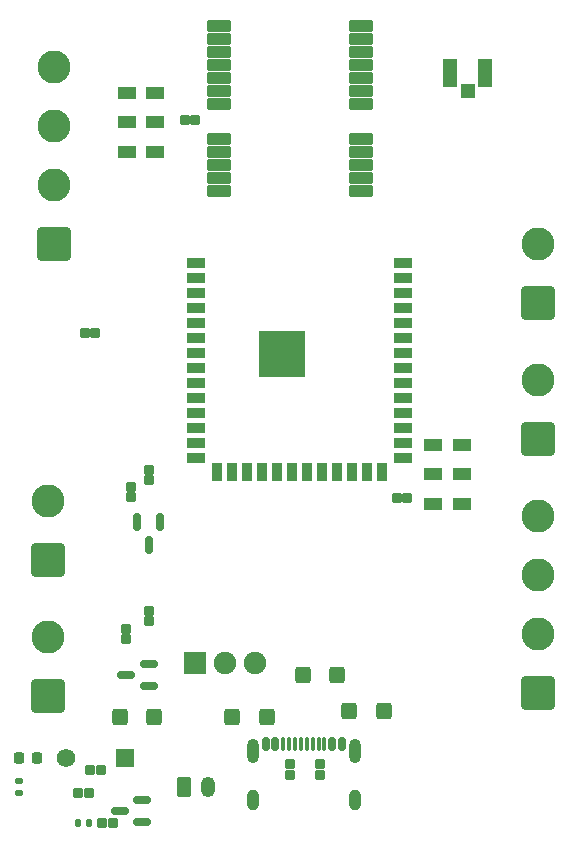
<source format=gbr>
%TF.GenerationSoftware,KiCad,Pcbnew,9.0.3*%
%TF.CreationDate,2025-12-20T12:10:28-05:00*%
%TF.ProjectId,Experimental,45787065-7269-46d6-956e-74616c2e6b69,rev?*%
%TF.SameCoordinates,Original*%
%TF.FileFunction,Soldermask,Top*%
%TF.FilePolarity,Negative*%
%FSLAX46Y46*%
G04 Gerber Fmt 4.6, Leading zero omitted, Abs format (unit mm)*
G04 Created by KiCad (PCBNEW 9.0.3) date 2025-12-20 12:10:28*
%MOMM*%
%LPD*%
G01*
G04 APERTURE LIST*
G04 Aperture macros list*
%AMRoundRect*
0 Rectangle with rounded corners*
0 $1 Rounding radius*
0 $2 $3 $4 $5 $6 $7 $8 $9 X,Y pos of 4 corners*
0 Add a 4 corners polygon primitive as box body*
4,1,4,$2,$3,$4,$5,$6,$7,$8,$9,$2,$3,0*
0 Add four circle primitives for the rounded corners*
1,1,$1+$1,$2,$3*
1,1,$1+$1,$4,$5*
1,1,$1+$1,$6,$7*
1,1,$1+$1,$8,$9*
0 Add four rect primitives between the rounded corners*
20,1,$1+$1,$2,$3,$4,$5,0*
20,1,$1+$1,$4,$5,$6,$7,0*
20,1,$1+$1,$6,$7,$8,$9,0*
20,1,$1+$1,$8,$9,$2,$3,0*%
G04 Aperture macros list end*
%ADD10RoundRect,0.150000X-0.150000X-0.425000X0.150000X-0.425000X0.150000X0.425000X-0.150000X0.425000X0*%
%ADD11RoundRect,0.075000X-0.075000X-0.500000X0.075000X-0.500000X0.075000X0.500000X-0.075000X0.500000X0*%
%ADD12O,1.000000X2.100000*%
%ADD13O,1.000000X1.800000*%
%ADD14RoundRect,0.250000X-0.350000X-0.625000X0.350000X-0.625000X0.350000X0.625000X-0.350000X0.625000X0*%
%ADD15O,1.200000X1.750000*%
%ADD16RoundRect,0.218750X0.218750X0.256250X-0.218750X0.256250X-0.218750X-0.256250X0.218750X-0.256250X0*%
%ADD17RoundRect,0.250001X1.149999X-1.149999X1.149999X1.149999X-1.149999X1.149999X-1.149999X-1.149999X0*%
%ADD18C,2.800000*%
%ADD19RoundRect,0.209750X-0.209750X0.209750X-0.209750X-0.209750X0.209750X-0.209750X0.209750X0.209750X0*%
%ADD20RoundRect,0.209750X0.209750X-0.209750X0.209750X0.209750X-0.209750X0.209750X-0.209750X-0.209750X0*%
%ADD21RoundRect,0.135000X0.185000X-0.135000X0.185000X0.135000X-0.185000X0.135000X-0.185000X-0.135000X0*%
%ADD22RoundRect,0.150000X0.587500X0.150000X-0.587500X0.150000X-0.587500X-0.150000X0.587500X-0.150000X0*%
%ADD23RoundRect,0.147500X-0.147500X-0.172500X0.147500X-0.172500X0.147500X0.172500X-0.147500X0.172500X0*%
%ADD24R,1.575000X1.575000*%
%ADD25C,1.575000*%
%ADD26R,1.500000X0.900000*%
%ADD27R,0.900000X1.500000*%
%ADD28C,0.600000*%
%ADD29R,3.900000X3.900000*%
%ADD30RoundRect,0.150000X-0.150000X0.587500X-0.150000X-0.587500X0.150000X-0.587500X0.150000X0.587500X0*%
%ADD31R,1.600000X1.000000*%
%ADD32RoundRect,0.209750X0.209750X0.209750X-0.209750X0.209750X-0.209750X-0.209750X0.209750X-0.209750X0*%
%ADD33RoundRect,0.250000X-0.400000X-0.450000X0.400000X-0.450000X0.400000X0.450000X-0.400000X0.450000X0*%
%ADD34RoundRect,0.209750X-0.209750X-0.209750X0.209750X-0.209750X0.209750X0.209750X-0.209750X0.209750X0*%
%ADD35RoundRect,0.102000X-0.525000X-1.100000X0.525000X-1.100000X0.525000X1.100000X-0.525000X1.100000X0*%
%ADD36RoundRect,0.102000X-0.500000X-0.525000X0.500000X-0.525000X0.500000X0.525000X-0.500000X0.525000X0*%
%ADD37RoundRect,0.250000X0.400000X0.450000X-0.400000X0.450000X-0.400000X-0.450000X0.400000X-0.450000X0*%
%ADD38RoundRect,0.102000X-0.900000X-0.400000X0.900000X-0.400000X0.900000X0.400000X-0.900000X0.400000X0*%
%ADD39RoundRect,0.102000X-0.855000X-0.855000X0.855000X-0.855000X0.855000X0.855000X-0.855000X0.855000X0*%
%ADD40C,1.914000*%
G04 APERTURE END LIST*
D10*
%TO.C,PowerUpload1*%
X122938400Y-113320000D03*
X123738400Y-113320000D03*
D11*
X124888400Y-113320000D03*
X125888400Y-113320000D03*
X126388400Y-113320000D03*
X127388400Y-113320000D03*
D10*
X128538400Y-113320000D03*
X129338400Y-113320000D03*
X129338400Y-113320000D03*
X128538400Y-113320000D03*
D11*
X127888400Y-113320000D03*
X126888400Y-113320000D03*
X125388400Y-113320000D03*
X124388400Y-113320000D03*
D10*
X123738400Y-113320000D03*
X122938400Y-113320000D03*
D12*
X121818400Y-113895000D03*
D13*
X121818400Y-118075000D03*
D12*
X130458400Y-113895000D03*
D13*
X130458400Y-118075000D03*
%TD*%
D14*
%TO.C,J5 -/+*%
X116000000Y-117000000D03*
D15*
X118000000Y-117000000D03*
%TD*%
D16*
%TO.C,BLINKY1*%
X103575000Y-114500000D03*
X102000000Y-114500000D03*
%TD*%
D17*
%TO.C,J8*%
X145967500Y-87500000D03*
D18*
X145967500Y-82500000D03*
%TD*%
D17*
%TO.C,J1*%
X146000000Y-76000000D03*
D18*
X146000000Y-71000000D03*
%TD*%
D19*
%TO.C,R21*%
X108500000Y-78500000D03*
X107611000Y-78500000D03*
%TD*%
%TO.C,R20*%
X108944500Y-115500000D03*
X108055500Y-115500000D03*
%TD*%
D20*
%TO.C,R19*%
X107055500Y-117500000D03*
X107944500Y-117500000D03*
%TD*%
%TO.C,R18*%
X109055500Y-120000000D03*
X109944500Y-120000000D03*
%TD*%
D21*
%TO.C,R7*%
X102000000Y-117500000D03*
X102000000Y-116480000D03*
%TD*%
D22*
%TO.C,Q4*%
X112437500Y-119950000D03*
X112437500Y-118050000D03*
X110562500Y-119000000D03*
%TD*%
D23*
%TO.C,D6*%
X107015000Y-120000000D03*
X107985000Y-120000000D03*
%TD*%
D24*
%TO.C,C14*%
X111000000Y-114500000D03*
D25*
X106000000Y-114500000D03*
%TD*%
D26*
%TO.C,ESP32S3*%
X117000000Y-72570000D03*
X117000000Y-73840000D03*
X117000000Y-75110000D03*
X117000000Y-76380000D03*
X117000000Y-77650000D03*
X117000000Y-78920000D03*
X117000000Y-80190000D03*
X117000000Y-81460000D03*
X117000000Y-82730000D03*
X117000000Y-84000000D03*
X117000000Y-85270000D03*
X117000000Y-86540000D03*
X117000000Y-87810000D03*
X117000000Y-89080000D03*
D27*
X118765000Y-90330000D03*
X120035000Y-90330000D03*
X121305000Y-90330000D03*
X122575000Y-90330000D03*
X123845000Y-90330000D03*
X125115000Y-90330000D03*
X126385000Y-90330000D03*
X127655000Y-90330000D03*
X128925000Y-90330000D03*
X130195000Y-90330000D03*
X131465000Y-90330000D03*
X132735000Y-90330000D03*
D26*
X134500000Y-89080000D03*
X134500000Y-87810000D03*
X134500000Y-86540000D03*
X134500000Y-85270000D03*
X134500000Y-84000000D03*
X134500000Y-82730000D03*
X134500000Y-81460000D03*
X134500000Y-80190000D03*
X134500000Y-78920000D03*
X134500000Y-77650000D03*
X134500000Y-76380000D03*
X134500000Y-75110000D03*
X134500000Y-73840000D03*
X134500000Y-72570000D03*
D28*
X122850000Y-79590000D03*
X122850000Y-80990000D03*
X123550000Y-78890000D03*
X123550000Y-80290000D03*
X123550000Y-81690000D03*
X124250000Y-79590000D03*
D29*
X124250000Y-80290000D03*
D28*
X124250000Y-80990000D03*
X124950000Y-78890000D03*
X124950000Y-80290000D03*
X124950000Y-81690000D03*
X125650000Y-79590000D03*
X125650000Y-80990000D03*
%TD*%
D17*
%TO.C,J6*%
X104467500Y-109250000D03*
D18*
X104467500Y-104250000D03*
%TD*%
D20*
%TO.C,R17*%
X116055500Y-60500000D03*
X116944500Y-60500000D03*
%TD*%
D30*
%TO.C,Q1*%
X113950000Y-94562500D03*
X112050000Y-94562500D03*
X113000000Y-96437500D03*
%TD*%
D31*
%TO.C,Boot2*%
X113538400Y-58170000D03*
X113538400Y-60670000D03*
X113538400Y-63170000D03*
X111138400Y-58170000D03*
X111138400Y-60670000D03*
X111138400Y-63170000D03*
%TD*%
D17*
%TO.C,J4*%
X146000000Y-109000000D03*
D18*
X146000000Y-104000000D03*
X146000000Y-99000000D03*
X146000000Y-94000000D03*
%TD*%
D17*
%TO.C,J3*%
X105000000Y-71000000D03*
D18*
X105000000Y-66000000D03*
X105000000Y-61000000D03*
X105000000Y-56000000D03*
%TD*%
D32*
%TO.C,R1*%
X127500000Y-115944500D03*
X127500000Y-115055500D03*
%TD*%
D33*
%TO.C,D2*%
X120100000Y-111000000D03*
X123000000Y-111000000D03*
%TD*%
D34*
%TO.C,R15*%
X111062500Y-103555500D03*
X111062500Y-104444500D03*
%TD*%
D32*
%TO.C,R2*%
X125000000Y-115944500D03*
X125000000Y-115055500D03*
%TD*%
D22*
%TO.C,Q2_32mW1*%
X113000000Y-108450000D03*
X113000000Y-106550000D03*
X111125000Y-107500000D03*
%TD*%
D35*
%TO.C,J7*%
X141500000Y-56500000D03*
D36*
X140025000Y-58025000D03*
D35*
X138550000Y-56500000D03*
%TD*%
D34*
%TO.C,R16*%
X113062500Y-102060300D03*
X113062500Y-102949300D03*
%TD*%
%TO.C,R14*%
X113000000Y-90111000D03*
X113000000Y-91000000D03*
%TD*%
%TO.C,R4*%
X111500000Y-91555500D03*
X111500000Y-92444500D03*
%TD*%
D37*
%TO.C,D1*%
X113450000Y-111000000D03*
X110550000Y-111000000D03*
%TD*%
%TO.C,D3*%
X132900000Y-110500000D03*
X130000000Y-110500000D03*
%TD*%
D17*
%TO.C,J2*%
X104467500Y-97750000D03*
D18*
X104467500Y-92750000D03*
%TD*%
D37*
%TO.C,D4*%
X128950000Y-107500000D03*
X126050000Y-107500000D03*
%TD*%
D38*
%TO.C,U6*%
X119000000Y-52500000D03*
X119000000Y-53600000D03*
X119000000Y-54700000D03*
X119000000Y-55800000D03*
X119000000Y-56900000D03*
X119000000Y-58000000D03*
X119000000Y-59100000D03*
X119000000Y-62100000D03*
X119000000Y-63200000D03*
X119000000Y-64300000D03*
X119000000Y-65400000D03*
X119000000Y-66500000D03*
X131000000Y-66500000D03*
X131000000Y-65400000D03*
X131000000Y-64300000D03*
X131000000Y-63200000D03*
X131000000Y-62100000D03*
X131000000Y-59100000D03*
X131000000Y-58000000D03*
X131000000Y-56900000D03*
X131000000Y-55800000D03*
X131000000Y-54700000D03*
X131000000Y-53600000D03*
X131000000Y-52500000D03*
%TD*%
D39*
%TO.C,PS1*%
X116960000Y-106500000D03*
D40*
X119500000Y-106500000D03*
X122040000Y-106500000D03*
%TD*%
D31*
%TO.C,Boot1*%
X137100000Y-93000000D03*
X137100000Y-90500000D03*
X137100000Y-88000000D03*
X139500000Y-93000000D03*
X139500000Y-90500000D03*
X139500000Y-88000000D03*
%TD*%
D19*
%TO.C,R5*%
X134889000Y-92500000D03*
X134000000Y-92500000D03*
%TD*%
M02*

</source>
